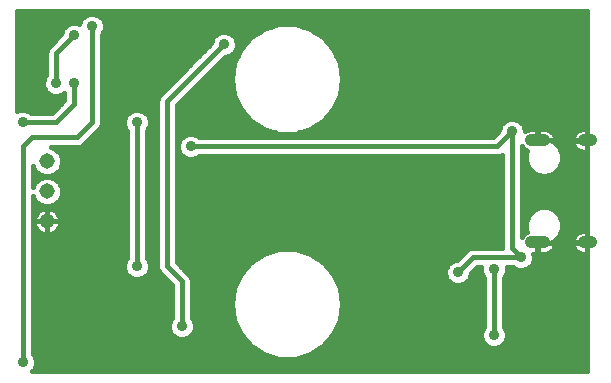
<source format=gbl>
G75*
%MOIN*%
%OFA0B0*%
%FSLAX25Y25*%
%IPPOS*%
%LPD*%
%AMOC8*
5,1,8,0,0,1.08239X$1,22.5*
%
%ADD10C,0.03937*%
%ADD11C,0.05150*%
%ADD12C,0.01600*%
%ADD13C,0.03569*%
D10*
X0197088Y0048992D02*
X0197088Y0048992D01*
X0192756Y0048992D01*
X0192756Y0048992D01*
X0197088Y0048992D01*
X0212560Y0048992D02*
X0212560Y0048992D01*
X0210198Y0048992D01*
X0210198Y0048992D01*
X0212560Y0048992D01*
X0212560Y0083008D02*
X0212560Y0083008D01*
X0210198Y0083008D01*
X0210198Y0083008D01*
X0212560Y0083008D01*
X0197088Y0083008D02*
X0197088Y0083008D01*
X0192756Y0083008D01*
X0192756Y0083008D01*
X0197088Y0083008D01*
D11*
X0031320Y0076000D03*
X0031320Y0066000D03*
X0031320Y0056000D03*
D12*
X0035695Y0056000D01*
X0035695Y0056344D01*
X0035587Y0057024D01*
X0035374Y0057679D01*
X0035062Y0058293D01*
X0034657Y0058850D01*
X0034170Y0059337D01*
X0033613Y0059742D01*
X0032999Y0060054D01*
X0032344Y0060267D01*
X0031664Y0060375D01*
X0031320Y0060375D01*
X0031320Y0056000D01*
X0031320Y0056000D01*
X0035695Y0056000D01*
X0035695Y0055656D01*
X0035587Y0054976D01*
X0035374Y0054321D01*
X0035062Y0053707D01*
X0034657Y0053150D01*
X0034170Y0052663D01*
X0033613Y0052258D01*
X0032999Y0051946D01*
X0032344Y0051733D01*
X0031664Y0051625D01*
X0031320Y0051625D01*
X0031320Y0056000D01*
X0031320Y0056000D01*
X0031320Y0056000D01*
X0031320Y0060375D01*
X0030976Y0060375D01*
X0030296Y0060267D01*
X0029641Y0060054D01*
X0029027Y0059742D01*
X0028470Y0059337D01*
X0027983Y0058850D01*
X0027578Y0058293D01*
X0027266Y0057679D01*
X0027053Y0057024D01*
X0026945Y0056344D01*
X0026945Y0056000D01*
X0031320Y0056000D01*
X0031320Y0051625D01*
X0030976Y0051625D01*
X0030296Y0051733D01*
X0029641Y0051946D01*
X0029027Y0052258D01*
X0028470Y0052663D01*
X0027983Y0053150D01*
X0027578Y0053707D01*
X0027266Y0054321D01*
X0027053Y0054976D01*
X0026945Y0055656D01*
X0026945Y0056000D01*
X0031320Y0056000D01*
X0031320Y0056000D01*
X0031320Y0055349D02*
X0031320Y0055349D01*
X0031320Y0053751D02*
X0031320Y0053751D01*
X0031320Y0052152D02*
X0031320Y0052152D01*
X0033405Y0052152D02*
X0058120Y0052152D01*
X0058120Y0050554D02*
X0026520Y0050554D01*
X0026520Y0052152D02*
X0029235Y0052152D01*
X0027556Y0053751D02*
X0026520Y0053751D01*
X0026520Y0055349D02*
X0026994Y0055349D01*
X0027041Y0056948D02*
X0026520Y0056948D01*
X0026520Y0058546D02*
X0027762Y0058546D01*
X0026520Y0060145D02*
X0029920Y0060145D01*
X0030330Y0061025D02*
X0028502Y0061783D01*
X0027103Y0063182D01*
X0026520Y0064588D01*
X0026520Y0011717D01*
X0026867Y0011370D01*
X0027504Y0009832D01*
X0027504Y0008168D01*
X0026867Y0006630D01*
X0026237Y0006000D01*
X0211320Y0006000D01*
X0211320Y0048808D01*
X0211195Y0048808D01*
X0211195Y0045224D01*
X0209827Y0045224D01*
X0209099Y0045368D01*
X0208413Y0045653D01*
X0207796Y0046065D01*
X0207271Y0046590D01*
X0206858Y0047207D01*
X0206574Y0047893D01*
X0206429Y0048621D01*
X0206429Y0048808D01*
X0211195Y0048808D01*
X0211195Y0049176D01*
X0206429Y0049176D01*
X0206429Y0049363D01*
X0206574Y0050091D01*
X0206858Y0050777D01*
X0207271Y0051394D01*
X0207796Y0051919D01*
X0208413Y0052332D01*
X0209099Y0052616D01*
X0209827Y0052761D01*
X0211195Y0052761D01*
X0211195Y0049176D01*
X0211320Y0049176D01*
X0211320Y0082824D01*
X0211195Y0082824D01*
X0206429Y0082824D01*
X0206429Y0082637D01*
X0206574Y0081909D01*
X0206858Y0081223D01*
X0207271Y0080606D01*
X0207796Y0080081D01*
X0208413Y0079668D01*
X0209099Y0079384D01*
X0209827Y0079239D01*
X0211195Y0079239D01*
X0211195Y0082824D01*
X0211195Y0083192D01*
X0211195Y0086776D01*
X0209827Y0086776D01*
X0209099Y0086632D01*
X0208413Y0086347D01*
X0207796Y0085935D01*
X0207271Y0085410D01*
X0206858Y0084793D01*
X0206574Y0084107D01*
X0206429Y0083379D01*
X0206429Y0083192D01*
X0211195Y0083192D01*
X0211320Y0083192D01*
X0211320Y0126000D01*
X0021320Y0126000D01*
X0021320Y0092701D01*
X0022488Y0093184D01*
X0024152Y0093184D01*
X0025690Y0092547D01*
X0026037Y0092200D01*
X0032994Y0092200D01*
X0037120Y0096325D01*
X0037120Y0098883D01*
X0036690Y0098453D01*
X0035152Y0097816D01*
X0033488Y0097816D01*
X0031950Y0098453D01*
X0030773Y0099630D01*
X0030136Y0101168D01*
X0030136Y0102832D01*
X0030773Y0104370D01*
X0031120Y0104717D01*
X0031120Y0112637D01*
X0031607Y0113813D01*
X0036136Y0118341D01*
X0036136Y0118832D01*
X0036773Y0120370D01*
X0037950Y0121547D01*
X0039488Y0122184D01*
X0041152Y0122184D01*
X0042136Y0121777D01*
X0042136Y0121832D01*
X0042773Y0123370D01*
X0043950Y0124547D01*
X0045488Y0125184D01*
X0047152Y0125184D01*
X0048690Y0124547D01*
X0049867Y0123370D01*
X0050504Y0121832D01*
X0050504Y0120168D01*
X0049867Y0118630D01*
X0049520Y0118283D01*
X0049520Y0088363D01*
X0049033Y0087187D01*
X0043133Y0081287D01*
X0041956Y0080800D01*
X0032731Y0080800D01*
X0034138Y0080217D01*
X0035537Y0078818D01*
X0036295Y0076990D01*
X0036295Y0075010D01*
X0035537Y0073182D01*
X0034138Y0071783D01*
X0032309Y0071025D01*
X0030330Y0071025D01*
X0028502Y0071783D01*
X0027103Y0073182D01*
X0026520Y0074588D01*
X0026520Y0067412D01*
X0027103Y0068818D01*
X0028502Y0070217D01*
X0030330Y0070975D01*
X0032309Y0070975D01*
X0034138Y0070217D01*
X0035537Y0068818D01*
X0036295Y0066990D01*
X0036295Y0065010D01*
X0035537Y0063182D01*
X0034138Y0061783D01*
X0032309Y0061025D01*
X0030330Y0061025D01*
X0031320Y0060145D02*
X0031320Y0060145D01*
X0032720Y0060145D02*
X0058120Y0060145D01*
X0058120Y0061743D02*
X0034043Y0061743D01*
X0035604Y0063342D02*
X0058120Y0063342D01*
X0058120Y0064940D02*
X0036266Y0064940D01*
X0036295Y0066539D02*
X0058120Y0066539D01*
X0058120Y0068137D02*
X0035819Y0068137D01*
X0034619Y0069736D02*
X0058120Y0069736D01*
X0058120Y0071334D02*
X0033056Y0071334D01*
X0035288Y0072933D02*
X0058120Y0072933D01*
X0058120Y0074532D02*
X0036096Y0074532D01*
X0036295Y0076130D02*
X0058120Y0076130D01*
X0058120Y0077729D02*
X0035989Y0077729D01*
X0035028Y0079327D02*
X0058120Y0079327D01*
X0058120Y0080926D02*
X0042260Y0080926D01*
X0044370Y0082524D02*
X0058120Y0082524D01*
X0058120Y0084123D02*
X0045968Y0084123D01*
X0047567Y0085721D02*
X0058120Y0085721D01*
X0058120Y0086283D02*
X0057773Y0086630D01*
X0057136Y0088168D01*
X0057136Y0089832D01*
X0057773Y0091370D01*
X0058950Y0092547D01*
X0060488Y0093184D01*
X0062152Y0093184D01*
X0063690Y0092547D01*
X0064867Y0091370D01*
X0065504Y0089832D01*
X0065504Y0088168D01*
X0064867Y0086630D01*
X0064520Y0086283D01*
X0064520Y0043717D01*
X0064867Y0043370D01*
X0065504Y0041832D01*
X0065504Y0040168D01*
X0064867Y0038630D01*
X0063690Y0037453D01*
X0062152Y0036816D01*
X0060488Y0036816D01*
X0058950Y0037453D01*
X0057773Y0038630D01*
X0057136Y0040168D01*
X0057136Y0041832D01*
X0057773Y0043370D01*
X0058120Y0043717D01*
X0058120Y0086283D01*
X0057487Y0087320D02*
X0049088Y0087320D01*
X0049520Y0088918D02*
X0057136Y0088918D01*
X0057419Y0090517D02*
X0049520Y0090517D01*
X0049520Y0092115D02*
X0058518Y0092115D01*
X0061320Y0089000D02*
X0061320Y0041000D01*
X0065504Y0040963D02*
X0068120Y0040963D01*
X0068120Y0040363D02*
X0068607Y0039187D01*
X0069507Y0038287D01*
X0073120Y0034675D01*
X0073120Y0023717D01*
X0072773Y0023370D01*
X0072136Y0021832D01*
X0072136Y0020168D01*
X0072773Y0018630D01*
X0073950Y0017453D01*
X0075488Y0016816D01*
X0077152Y0016816D01*
X0078690Y0017453D01*
X0079867Y0018630D01*
X0080504Y0020168D01*
X0080504Y0021832D01*
X0079867Y0023370D01*
X0079520Y0023717D01*
X0079520Y0035363D01*
X0079520Y0036637D01*
X0079033Y0037813D01*
X0074520Y0042325D01*
X0074520Y0094675D01*
X0090661Y0110816D01*
X0091152Y0110816D01*
X0092690Y0111453D01*
X0093867Y0112630D01*
X0094504Y0114168D01*
X0094504Y0115832D01*
X0093867Y0117370D01*
X0092690Y0118547D01*
X0091152Y0119184D01*
X0089488Y0119184D01*
X0087950Y0118547D01*
X0086773Y0117370D01*
X0086136Y0115832D01*
X0086136Y0115341D01*
X0068607Y0097813D01*
X0068120Y0096637D01*
X0068120Y0040363D01*
X0068534Y0039364D02*
X0065171Y0039364D01*
X0064003Y0037766D02*
X0070029Y0037766D01*
X0071627Y0036167D02*
X0026520Y0036167D01*
X0026520Y0034569D02*
X0073120Y0034569D01*
X0073120Y0032970D02*
X0026520Y0032970D01*
X0026520Y0031372D02*
X0073120Y0031372D01*
X0073120Y0029773D02*
X0026520Y0029773D01*
X0026520Y0028175D02*
X0073120Y0028175D01*
X0073120Y0026576D02*
X0026520Y0026576D01*
X0026520Y0024978D02*
X0073120Y0024978D01*
X0072782Y0023379D02*
X0026520Y0023379D01*
X0026520Y0021781D02*
X0072136Y0021781D01*
X0072136Y0020182D02*
X0026520Y0020182D01*
X0026520Y0018584D02*
X0072819Y0018584D01*
X0075079Y0016985D02*
X0026520Y0016985D01*
X0026520Y0015387D02*
X0098584Y0015387D01*
X0099271Y0014594D02*
X0099271Y0014594D01*
X0103676Y0011763D01*
X0108701Y0010287D01*
X0113939Y0010287D01*
X0118964Y0011763D01*
X0123369Y0014594D01*
X0123369Y0014594D01*
X0126799Y0018552D01*
X0126799Y0018552D01*
X0128975Y0023316D01*
X0129720Y0028500D01*
X0128975Y0033684D01*
X0126799Y0038448D01*
X0123369Y0042406D01*
X0118964Y0045237D01*
X0118964Y0045237D01*
X0113939Y0046713D01*
X0108701Y0046713D01*
X0103676Y0045237D01*
X0099271Y0042406D01*
X0099271Y0042406D01*
X0099271Y0042406D01*
X0095841Y0038448D01*
X0095841Y0038448D01*
X0093665Y0033684D01*
X0092920Y0028500D01*
X0093665Y0023316D01*
X0095841Y0018552D01*
X0099271Y0014594D01*
X0100525Y0013788D02*
X0026520Y0013788D01*
X0026520Y0012190D02*
X0103012Y0012190D01*
X0107667Y0010591D02*
X0027190Y0010591D01*
X0027504Y0008993D02*
X0211320Y0008993D01*
X0211320Y0007394D02*
X0027184Y0007394D01*
X0023320Y0009000D02*
X0023320Y0081000D01*
X0026320Y0084000D01*
X0041320Y0084000D01*
X0046320Y0089000D01*
X0046320Y0121000D01*
X0042407Y0122487D02*
X0021320Y0122487D01*
X0021320Y0120888D02*
X0037291Y0120888D01*
X0036325Y0119290D02*
X0021320Y0119290D01*
X0021320Y0117691D02*
X0035486Y0117691D01*
X0033887Y0116093D02*
X0021320Y0116093D01*
X0021320Y0114494D02*
X0032289Y0114494D01*
X0031227Y0112896D02*
X0021320Y0112896D01*
X0021320Y0111297D02*
X0031120Y0111297D01*
X0031120Y0109699D02*
X0021320Y0109699D01*
X0021320Y0108100D02*
X0031120Y0108100D01*
X0031120Y0106502D02*
X0021320Y0106502D01*
X0021320Y0104903D02*
X0031120Y0104903D01*
X0030331Y0103305D02*
X0021320Y0103305D01*
X0021320Y0101706D02*
X0030136Y0101706D01*
X0030575Y0100108D02*
X0021320Y0100108D01*
X0021320Y0098509D02*
X0031893Y0098509D01*
X0036747Y0098509D02*
X0037120Y0098509D01*
X0037120Y0096911D02*
X0021320Y0096911D01*
X0021320Y0095312D02*
X0036107Y0095312D01*
X0034508Y0093714D02*
X0021320Y0093714D01*
X0023320Y0089000D02*
X0034320Y0089000D01*
X0040320Y0095000D01*
X0040320Y0102000D01*
X0034320Y0102000D02*
X0034320Y0112000D01*
X0040320Y0118000D01*
X0049520Y0117691D02*
X0087094Y0117691D01*
X0086244Y0116093D02*
X0049520Y0116093D01*
X0049520Y0114494D02*
X0085289Y0114494D01*
X0083690Y0112896D02*
X0049520Y0112896D01*
X0049520Y0111297D02*
X0082092Y0111297D01*
X0080493Y0109699D02*
X0049520Y0109699D01*
X0049520Y0108100D02*
X0078895Y0108100D01*
X0077296Y0106502D02*
X0049520Y0106502D01*
X0049520Y0104903D02*
X0075698Y0104903D01*
X0074099Y0103305D02*
X0049520Y0103305D01*
X0049520Y0101706D02*
X0072501Y0101706D01*
X0070902Y0100108D02*
X0049520Y0100108D01*
X0049520Y0098509D02*
X0069304Y0098509D01*
X0068234Y0096911D02*
X0049520Y0096911D01*
X0049520Y0095312D02*
X0068120Y0095312D01*
X0071320Y0096000D02*
X0090320Y0115000D01*
X0093546Y0117691D02*
X0099715Y0117691D01*
X0099271Y0117406D02*
X0099271Y0117406D01*
X0099271Y0117406D01*
X0103676Y0120237D01*
X0103676Y0120237D01*
X0108701Y0121713D01*
X0113939Y0121713D01*
X0113939Y0121713D01*
X0118964Y0120237D01*
X0123369Y0117406D01*
X0123369Y0117406D01*
X0126799Y0113448D01*
X0126799Y0113448D01*
X0128975Y0108684D01*
X0128975Y0108684D01*
X0129720Y0103500D01*
X0128975Y0098316D01*
X0126799Y0093552D01*
X0126799Y0093552D01*
X0123369Y0089594D01*
X0123369Y0089594D01*
X0118964Y0086763D01*
X0118964Y0086763D01*
X0113939Y0085287D01*
X0108701Y0085287D01*
X0103676Y0086763D01*
X0103676Y0086763D01*
X0099271Y0089594D01*
X0099271Y0089594D01*
X0095841Y0093552D01*
X0095841Y0093552D01*
X0093665Y0098316D01*
X0093665Y0098316D01*
X0092920Y0103500D01*
X0092920Y0103500D01*
X0093665Y0108684D01*
X0093665Y0108684D01*
X0095841Y0113448D01*
X0095841Y0113448D01*
X0099271Y0117406D01*
X0098133Y0116093D02*
X0094396Y0116093D01*
X0094504Y0114494D02*
X0096748Y0114494D01*
X0095589Y0112896D02*
X0093977Y0112896D01*
X0094859Y0111297D02*
X0092315Y0111297D01*
X0094129Y0109699D02*
X0089544Y0109699D01*
X0087946Y0108100D02*
X0093581Y0108100D01*
X0093352Y0106502D02*
X0086347Y0106502D01*
X0084749Y0104903D02*
X0093122Y0104903D01*
X0092948Y0103305D02*
X0083150Y0103305D01*
X0081552Y0101706D02*
X0093178Y0101706D01*
X0093408Y0100108D02*
X0079953Y0100108D01*
X0078355Y0098509D02*
X0093638Y0098509D01*
X0094307Y0096911D02*
X0076756Y0096911D01*
X0075158Y0095312D02*
X0095037Y0095312D01*
X0095767Y0093714D02*
X0074520Y0093714D01*
X0074520Y0092115D02*
X0097086Y0092115D01*
X0098471Y0090517D02*
X0074520Y0090517D01*
X0074520Y0088918D02*
X0100323Y0088918D01*
X0102810Y0087320D02*
X0074520Y0087320D01*
X0074520Y0085721D02*
X0107224Y0085721D01*
X0115416Y0085721D02*
X0181516Y0085721D01*
X0182136Y0086341D02*
X0179994Y0084200D01*
X0082037Y0084200D01*
X0081690Y0084547D01*
X0080152Y0085184D01*
X0078488Y0085184D01*
X0076950Y0084547D01*
X0075773Y0083370D01*
X0075136Y0081832D01*
X0075136Y0080168D01*
X0075773Y0078630D01*
X0076950Y0077453D01*
X0078488Y0076816D01*
X0080152Y0076816D01*
X0081690Y0077453D01*
X0082037Y0077800D01*
X0181956Y0077800D01*
X0183120Y0078282D01*
X0183120Y0047200D01*
X0172683Y0047200D01*
X0171507Y0046713D01*
X0170607Y0045813D01*
X0167979Y0043184D01*
X0167488Y0043184D01*
X0165950Y0042547D01*
X0164773Y0041370D01*
X0164136Y0039832D01*
X0164136Y0038168D01*
X0164773Y0036630D01*
X0165950Y0035453D01*
X0167488Y0034816D01*
X0169152Y0034816D01*
X0170690Y0035453D01*
X0171867Y0036630D01*
X0172504Y0038168D01*
X0172504Y0038659D01*
X0174645Y0040800D01*
X0176136Y0040800D01*
X0176136Y0039168D01*
X0176773Y0037630D01*
X0177120Y0037283D01*
X0177120Y0020717D01*
X0176773Y0020370D01*
X0176136Y0018832D01*
X0176136Y0017168D01*
X0176773Y0015630D01*
X0177950Y0014453D01*
X0179488Y0013816D01*
X0181152Y0013816D01*
X0182690Y0014453D01*
X0183867Y0015630D01*
X0184504Y0017168D01*
X0184504Y0018832D01*
X0183867Y0020370D01*
X0183520Y0020717D01*
X0183520Y0037283D01*
X0183867Y0037630D01*
X0184504Y0039168D01*
X0184504Y0040800D01*
X0186603Y0040800D01*
X0186950Y0040453D01*
X0188488Y0039816D01*
X0190152Y0039816D01*
X0191690Y0040453D01*
X0192867Y0041630D01*
X0193504Y0043168D01*
X0193504Y0044832D01*
X0193342Y0045224D01*
X0194738Y0045224D01*
X0194738Y0048808D01*
X0195107Y0048808D01*
X0195107Y0045224D01*
X0197459Y0045224D01*
X0198187Y0045368D01*
X0198873Y0045653D01*
X0199490Y0046065D01*
X0200015Y0046590D01*
X0200427Y0047207D01*
X0200711Y0047893D01*
X0200856Y0048621D01*
X0200856Y0048808D01*
X0198859Y0048808D01*
X0199748Y0049176D01*
X0200856Y0049176D01*
X0200856Y0049363D01*
X0200772Y0049787D01*
X0202163Y0051178D01*
X0203088Y0053413D01*
X0203088Y0055831D01*
X0202163Y0058066D01*
X0200453Y0059776D01*
X0198218Y0060702D01*
X0195800Y0060702D01*
X0193565Y0059776D01*
X0191855Y0058066D01*
X0190929Y0055831D01*
X0190929Y0053413D01*
X0191318Y0052475D01*
X0190972Y0052332D01*
X0190355Y0051919D01*
X0189830Y0051394D01*
X0189520Y0050931D01*
X0189520Y0081069D01*
X0189830Y0080606D01*
X0190355Y0080081D01*
X0190972Y0079668D01*
X0191318Y0079525D01*
X0190929Y0078587D01*
X0190929Y0076169D01*
X0191855Y0073934D01*
X0193565Y0072224D01*
X0195800Y0071298D01*
X0198218Y0071298D01*
X0200453Y0072224D01*
X0202163Y0073934D01*
X0203088Y0076169D01*
X0203088Y0078587D01*
X0202163Y0080822D01*
X0200772Y0082213D01*
X0200856Y0082637D01*
X0200856Y0082824D01*
X0199749Y0082824D01*
X0198859Y0083192D01*
X0200856Y0083192D01*
X0200856Y0083379D01*
X0200711Y0084107D01*
X0200427Y0084793D01*
X0200015Y0085410D01*
X0199490Y0085935D01*
X0198873Y0086347D01*
X0198187Y0086632D01*
X0197459Y0086776D01*
X0195107Y0086776D01*
X0195107Y0083192D01*
X0194738Y0083192D01*
X0194738Y0086776D01*
X0192386Y0086776D01*
X0191658Y0086632D01*
X0190972Y0086347D01*
X0190504Y0086035D01*
X0190504Y0086832D01*
X0189867Y0088370D01*
X0188690Y0089547D01*
X0187152Y0090184D01*
X0185488Y0090184D01*
X0183950Y0089547D01*
X0182773Y0088370D01*
X0182136Y0086832D01*
X0182136Y0086341D01*
X0182338Y0087320D02*
X0119830Y0087320D01*
X0122317Y0088918D02*
X0183321Y0088918D01*
X0186320Y0086000D02*
X0181320Y0081000D01*
X0079320Y0081000D01*
X0075136Y0080926D02*
X0074520Y0080926D01*
X0074520Y0082524D02*
X0075422Y0082524D01*
X0074520Y0084123D02*
X0076525Y0084123D01*
X0075484Y0079327D02*
X0074520Y0079327D01*
X0074520Y0077729D02*
X0076674Y0077729D01*
X0074520Y0076130D02*
X0183120Y0076130D01*
X0183120Y0074532D02*
X0074520Y0074532D01*
X0074520Y0072933D02*
X0183120Y0072933D01*
X0183120Y0071334D02*
X0074520Y0071334D01*
X0074520Y0069736D02*
X0183120Y0069736D01*
X0183120Y0068137D02*
X0074520Y0068137D01*
X0074520Y0066539D02*
X0183120Y0066539D01*
X0183120Y0064940D02*
X0074520Y0064940D01*
X0074520Y0063342D02*
X0183120Y0063342D01*
X0183120Y0061743D02*
X0074520Y0061743D01*
X0074520Y0060145D02*
X0183120Y0060145D01*
X0183120Y0058546D02*
X0074520Y0058546D01*
X0074520Y0056948D02*
X0183120Y0056948D01*
X0183120Y0055349D02*
X0074520Y0055349D01*
X0074520Y0053751D02*
X0183120Y0053751D01*
X0183120Y0052152D02*
X0074520Y0052152D01*
X0074520Y0050554D02*
X0183120Y0050554D01*
X0183120Y0048955D02*
X0074520Y0048955D01*
X0074520Y0047357D02*
X0183120Y0047357D01*
X0186320Y0047000D02*
X0189320Y0044000D01*
X0173320Y0044000D01*
X0168320Y0039000D01*
X0171405Y0036167D02*
X0177120Y0036167D01*
X0177120Y0034569D02*
X0128571Y0034569D01*
X0128975Y0033684D02*
X0128975Y0033684D01*
X0129077Y0032970D02*
X0177120Y0032970D01*
X0177120Y0031372D02*
X0129307Y0031372D01*
X0129537Y0029773D02*
X0177120Y0029773D01*
X0177120Y0028175D02*
X0129673Y0028175D01*
X0129443Y0026576D02*
X0177120Y0026576D01*
X0177120Y0024978D02*
X0129214Y0024978D01*
X0128984Y0023379D02*
X0177120Y0023379D01*
X0177120Y0021781D02*
X0128273Y0021781D01*
X0128975Y0023316D02*
X0128975Y0023316D01*
X0127543Y0020182D02*
X0176695Y0020182D01*
X0176136Y0018584D02*
X0126813Y0018584D01*
X0125441Y0016985D02*
X0176211Y0016985D01*
X0177016Y0015387D02*
X0124056Y0015387D01*
X0123369Y0014594D02*
X0123369Y0014594D01*
X0122115Y0013788D02*
X0211320Y0013788D01*
X0211320Y0012190D02*
X0119628Y0012190D01*
X0114973Y0010591D02*
X0211320Y0010591D01*
X0211320Y0015387D02*
X0183624Y0015387D01*
X0184429Y0016985D02*
X0211320Y0016985D01*
X0211320Y0018584D02*
X0184504Y0018584D01*
X0183945Y0020182D02*
X0211320Y0020182D01*
X0211320Y0021781D02*
X0183520Y0021781D01*
X0183520Y0023379D02*
X0211320Y0023379D01*
X0211320Y0024978D02*
X0183520Y0024978D01*
X0183520Y0026576D02*
X0211320Y0026576D01*
X0211320Y0028175D02*
X0183520Y0028175D01*
X0183520Y0029773D02*
X0211320Y0029773D01*
X0211320Y0031372D02*
X0183520Y0031372D01*
X0183520Y0032970D02*
X0211320Y0032970D01*
X0211320Y0034569D02*
X0183520Y0034569D01*
X0183520Y0036167D02*
X0211320Y0036167D01*
X0211320Y0037766D02*
X0183923Y0037766D01*
X0184504Y0039364D02*
X0211320Y0039364D01*
X0211320Y0040963D02*
X0192200Y0040963D01*
X0193253Y0042561D02*
X0211320Y0042561D01*
X0211320Y0044160D02*
X0193504Y0044160D01*
X0194738Y0045758D02*
X0195107Y0045758D01*
X0195107Y0047357D02*
X0194738Y0047357D01*
X0199031Y0045758D02*
X0208255Y0045758D01*
X0206796Y0047357D02*
X0200489Y0047357D01*
X0199215Y0048955D02*
X0211195Y0048955D01*
X0211195Y0050554D02*
X0211320Y0050554D01*
X0211320Y0052152D02*
X0211195Y0052152D01*
X0211320Y0053751D02*
X0203088Y0053751D01*
X0203088Y0055349D02*
X0211320Y0055349D01*
X0211320Y0056948D02*
X0202626Y0056948D01*
X0201682Y0058546D02*
X0211320Y0058546D01*
X0211320Y0060145D02*
X0199562Y0060145D01*
X0194456Y0060145D02*
X0189520Y0060145D01*
X0189520Y0061743D02*
X0211320Y0061743D01*
X0211320Y0063342D02*
X0189520Y0063342D01*
X0189520Y0064940D02*
X0211320Y0064940D01*
X0211320Y0066539D02*
X0189520Y0066539D01*
X0189520Y0068137D02*
X0211320Y0068137D01*
X0211320Y0069736D02*
X0189520Y0069736D01*
X0189520Y0071334D02*
X0195713Y0071334D01*
X0198305Y0071334D02*
X0211320Y0071334D01*
X0211320Y0072933D02*
X0201162Y0072933D01*
X0202410Y0074532D02*
X0211320Y0074532D01*
X0211320Y0076130D02*
X0203072Y0076130D01*
X0203088Y0077729D02*
X0211320Y0077729D01*
X0211320Y0079327D02*
X0211195Y0079327D01*
X0211195Y0080926D02*
X0211320Y0080926D01*
X0211320Y0082524D02*
X0211195Y0082524D01*
X0211195Y0084123D02*
X0211320Y0084123D01*
X0211320Y0085721D02*
X0211195Y0085721D01*
X0207582Y0085721D02*
X0199704Y0085721D01*
X0200705Y0084123D02*
X0206581Y0084123D01*
X0206452Y0082524D02*
X0200834Y0082524D01*
X0202059Y0080926D02*
X0207057Y0080926D01*
X0209386Y0079327D02*
X0202782Y0079327D01*
X0195107Y0084123D02*
X0194738Y0084123D01*
X0194738Y0085721D02*
X0195107Y0085721D01*
X0190302Y0087320D02*
X0211320Y0087320D01*
X0211320Y0088918D02*
X0189319Y0088918D01*
X0186320Y0086000D02*
X0186320Y0047000D01*
X0189520Y0052152D02*
X0190703Y0052152D01*
X0190929Y0053751D02*
X0189520Y0053751D01*
X0189520Y0055349D02*
X0190929Y0055349D01*
X0191392Y0056948D02*
X0189520Y0056948D01*
X0189520Y0058546D02*
X0192336Y0058546D01*
X0202566Y0052152D02*
X0208144Y0052152D01*
X0206766Y0050554D02*
X0201538Y0050554D01*
X0211195Y0047357D02*
X0211320Y0047357D01*
X0211320Y0045758D02*
X0211195Y0045758D01*
X0180320Y0040000D02*
X0180320Y0018000D01*
X0165235Y0036167D02*
X0127841Y0036167D01*
X0127110Y0037766D02*
X0164302Y0037766D01*
X0164136Y0039364D02*
X0126005Y0039364D01*
X0126799Y0038448D02*
X0126799Y0038448D01*
X0124620Y0040963D02*
X0164604Y0040963D01*
X0165984Y0042561D02*
X0123127Y0042561D01*
X0123369Y0042406D02*
X0123369Y0042406D01*
X0120640Y0044160D02*
X0168954Y0044160D01*
X0170553Y0045758D02*
X0117189Y0045758D01*
X0105451Y0045758D02*
X0074520Y0045758D01*
X0074520Y0044160D02*
X0102000Y0044160D01*
X0103676Y0045237D02*
X0103676Y0045237D01*
X0099513Y0042561D02*
X0074520Y0042561D01*
X0075883Y0040963D02*
X0098020Y0040963D01*
X0096635Y0039364D02*
X0077481Y0039364D01*
X0079052Y0037766D02*
X0095529Y0037766D01*
X0094799Y0036167D02*
X0079520Y0036167D01*
X0079520Y0034569D02*
X0094069Y0034569D01*
X0093665Y0033684D02*
X0093665Y0033684D01*
X0093563Y0032970D02*
X0079520Y0032970D01*
X0079520Y0031372D02*
X0093333Y0031372D01*
X0093103Y0029773D02*
X0079520Y0029773D01*
X0079520Y0028175D02*
X0092967Y0028175D01*
X0092920Y0028500D02*
X0092920Y0028500D01*
X0093197Y0026576D02*
X0079520Y0026576D01*
X0079520Y0024978D02*
X0093426Y0024978D01*
X0093656Y0023379D02*
X0079858Y0023379D01*
X0080504Y0021781D02*
X0094366Y0021781D01*
X0093665Y0023316D02*
X0093665Y0023316D01*
X0095097Y0020182D02*
X0080504Y0020182D01*
X0079821Y0018584D02*
X0095827Y0018584D01*
X0095841Y0018552D02*
X0095841Y0018552D01*
X0097199Y0016985D02*
X0077561Y0016985D01*
X0076320Y0021000D02*
X0076320Y0036000D01*
X0071320Y0041000D01*
X0071320Y0096000D01*
X0068120Y0093714D02*
X0049520Y0093714D01*
X0064122Y0092115D02*
X0068120Y0092115D01*
X0068120Y0090517D02*
X0065221Y0090517D01*
X0065504Y0088918D02*
X0068120Y0088918D01*
X0068120Y0087320D02*
X0065153Y0087320D01*
X0064520Y0085721D02*
X0068120Y0085721D01*
X0068120Y0084123D02*
X0064520Y0084123D01*
X0064520Y0082524D02*
X0068120Y0082524D01*
X0068120Y0080926D02*
X0064520Y0080926D01*
X0064520Y0079327D02*
X0068120Y0079327D01*
X0068120Y0077729D02*
X0064520Y0077729D01*
X0064520Y0076130D02*
X0068120Y0076130D01*
X0068120Y0074532D02*
X0064520Y0074532D01*
X0064520Y0072933D02*
X0068120Y0072933D01*
X0068120Y0071334D02*
X0064520Y0071334D01*
X0064520Y0069736D02*
X0068120Y0069736D01*
X0068120Y0068137D02*
X0064520Y0068137D01*
X0064520Y0066539D02*
X0068120Y0066539D01*
X0068120Y0064940D02*
X0064520Y0064940D01*
X0064520Y0063342D02*
X0068120Y0063342D01*
X0068120Y0061743D02*
X0064520Y0061743D01*
X0064520Y0060145D02*
X0068120Y0060145D01*
X0068120Y0058546D02*
X0064520Y0058546D01*
X0064520Y0056948D02*
X0068120Y0056948D01*
X0068120Y0055349D02*
X0064520Y0055349D01*
X0064520Y0053751D02*
X0068120Y0053751D01*
X0068120Y0052152D02*
X0064520Y0052152D01*
X0064520Y0050554D02*
X0068120Y0050554D01*
X0068120Y0048955D02*
X0064520Y0048955D01*
X0064520Y0047357D02*
X0068120Y0047357D01*
X0068120Y0045758D02*
X0064520Y0045758D01*
X0064520Y0044160D02*
X0068120Y0044160D01*
X0068120Y0042561D02*
X0065202Y0042561D01*
X0058120Y0044160D02*
X0026520Y0044160D01*
X0026520Y0045758D02*
X0058120Y0045758D01*
X0058120Y0047357D02*
X0026520Y0047357D01*
X0026520Y0048955D02*
X0058120Y0048955D01*
X0058120Y0053751D02*
X0035084Y0053751D01*
X0035646Y0055349D02*
X0058120Y0055349D01*
X0058120Y0056948D02*
X0035599Y0056948D01*
X0034877Y0058546D02*
X0058120Y0058546D01*
X0057438Y0042561D02*
X0026520Y0042561D01*
X0026520Y0040963D02*
X0057136Y0040963D01*
X0057468Y0039364D02*
X0026520Y0039364D01*
X0026520Y0037766D02*
X0058637Y0037766D01*
X0031320Y0056948D02*
X0031320Y0056948D01*
X0031320Y0058546D02*
X0031320Y0058546D01*
X0028596Y0061743D02*
X0026520Y0061743D01*
X0026520Y0063342D02*
X0027036Y0063342D01*
X0026821Y0068137D02*
X0026520Y0068137D01*
X0026520Y0069736D02*
X0028021Y0069736D01*
X0026520Y0071334D02*
X0029584Y0071334D01*
X0027352Y0072933D02*
X0026520Y0072933D01*
X0026520Y0074532D02*
X0026544Y0074532D01*
X0081966Y0077729D02*
X0183120Y0077729D01*
X0189520Y0077729D02*
X0190929Y0077729D01*
X0190945Y0076130D02*
X0189520Y0076130D01*
X0189520Y0074532D02*
X0191608Y0074532D01*
X0192856Y0072933D02*
X0189520Y0072933D01*
X0189520Y0079327D02*
X0191236Y0079327D01*
X0189616Y0080926D02*
X0189520Y0080926D01*
X0211320Y0090517D02*
X0124169Y0090517D01*
X0123369Y0089594D02*
X0123369Y0089594D01*
X0125554Y0092115D02*
X0211320Y0092115D01*
X0211320Y0093714D02*
X0126873Y0093714D01*
X0127603Y0095312D02*
X0211320Y0095312D01*
X0211320Y0096911D02*
X0128333Y0096911D01*
X0128975Y0098316D02*
X0128975Y0098316D01*
X0129002Y0098509D02*
X0211320Y0098509D01*
X0211320Y0100108D02*
X0129232Y0100108D01*
X0129462Y0101706D02*
X0211320Y0101706D01*
X0211320Y0103305D02*
X0129692Y0103305D01*
X0129518Y0104903D02*
X0211320Y0104903D01*
X0211320Y0106502D02*
X0129288Y0106502D01*
X0129059Y0108100D02*
X0211320Y0108100D01*
X0211320Y0109699D02*
X0128511Y0109699D01*
X0127781Y0111297D02*
X0211320Y0111297D01*
X0211320Y0112896D02*
X0127051Y0112896D01*
X0125892Y0114494D02*
X0211320Y0114494D01*
X0211320Y0116093D02*
X0124507Y0116093D01*
X0122925Y0117691D02*
X0211320Y0117691D01*
X0211320Y0119290D02*
X0120438Y0119290D01*
X0116746Y0120888D02*
X0211320Y0120888D01*
X0211320Y0122487D02*
X0050233Y0122487D01*
X0050504Y0120888D02*
X0105894Y0120888D01*
X0102202Y0119290D02*
X0050141Y0119290D01*
X0049152Y0124085D02*
X0211320Y0124085D01*
X0211320Y0125684D02*
X0021320Y0125684D01*
X0021320Y0124085D02*
X0043488Y0124085D01*
X0173210Y0039364D02*
X0176136Y0039364D01*
X0176716Y0037766D02*
X0172338Y0037766D01*
D13*
X0023320Y0009000D03*
X0049320Y0008000D03*
X0074320Y0008000D03*
X0081320Y0008000D03*
X0076320Y0021000D03*
X0050320Y0024000D03*
X0061320Y0041000D03*
X0086320Y0056000D03*
X0091320Y0056000D03*
X0096320Y0056000D03*
X0101320Y0056000D03*
X0106320Y0056000D03*
X0111320Y0056000D03*
X0116320Y0056000D03*
X0121320Y0056000D03*
X0126320Y0056000D03*
X0131320Y0056000D03*
X0136320Y0056000D03*
X0136320Y0061000D03*
X0131320Y0061000D03*
X0126320Y0061000D03*
X0121320Y0061000D03*
X0116320Y0061000D03*
X0111320Y0061000D03*
X0106320Y0061000D03*
X0101320Y0061000D03*
X0096320Y0061000D03*
X0091320Y0061000D03*
X0086320Y0061000D03*
X0086320Y0066000D03*
X0091320Y0066000D03*
X0096320Y0066000D03*
X0101320Y0066000D03*
X0106320Y0066000D03*
X0111320Y0066000D03*
X0116320Y0066000D03*
X0121320Y0066000D03*
X0126320Y0066000D03*
X0131320Y0066000D03*
X0136320Y0066000D03*
X0136320Y0071000D03*
X0131320Y0071000D03*
X0126320Y0071000D03*
X0121320Y0071000D03*
X0116320Y0071000D03*
X0111320Y0071000D03*
X0106320Y0071000D03*
X0101320Y0071000D03*
X0096320Y0071000D03*
X0091320Y0071000D03*
X0086320Y0071000D03*
X0086320Y0076000D03*
X0091320Y0076000D03*
X0096320Y0076000D03*
X0101320Y0076000D03*
X0106320Y0076000D03*
X0111320Y0076000D03*
X0116320Y0076000D03*
X0121320Y0076000D03*
X0126320Y0076000D03*
X0131320Y0076000D03*
X0136320Y0076000D03*
X0171320Y0075000D03*
X0186320Y0086000D03*
X0206320Y0071000D03*
X0206320Y0061000D03*
X0180320Y0051000D03*
X0171320Y0055000D03*
X0189320Y0044000D03*
X0180320Y0040000D03*
X0168320Y0039000D03*
X0146320Y0031000D03*
X0141320Y0026000D03*
X0146320Y0021000D03*
X0163320Y0024000D03*
X0180320Y0018000D03*
X0188320Y0019000D03*
X0194320Y0019000D03*
X0194320Y0013000D03*
X0194320Y0033000D03*
X0200320Y0033000D03*
X0131320Y0051000D03*
X0126320Y0051000D03*
X0121320Y0051000D03*
X0116320Y0051000D03*
X0111320Y0051000D03*
X0106320Y0051000D03*
X0101320Y0051000D03*
X0096320Y0051000D03*
X0091320Y0051000D03*
X0079320Y0081000D03*
X0061320Y0089000D03*
X0040320Y0102000D03*
X0034320Y0102000D03*
X0023320Y0089000D03*
X0040320Y0118000D03*
X0046320Y0121000D03*
X0090320Y0115000D03*
X0206320Y0111000D03*
M02*

</source>
